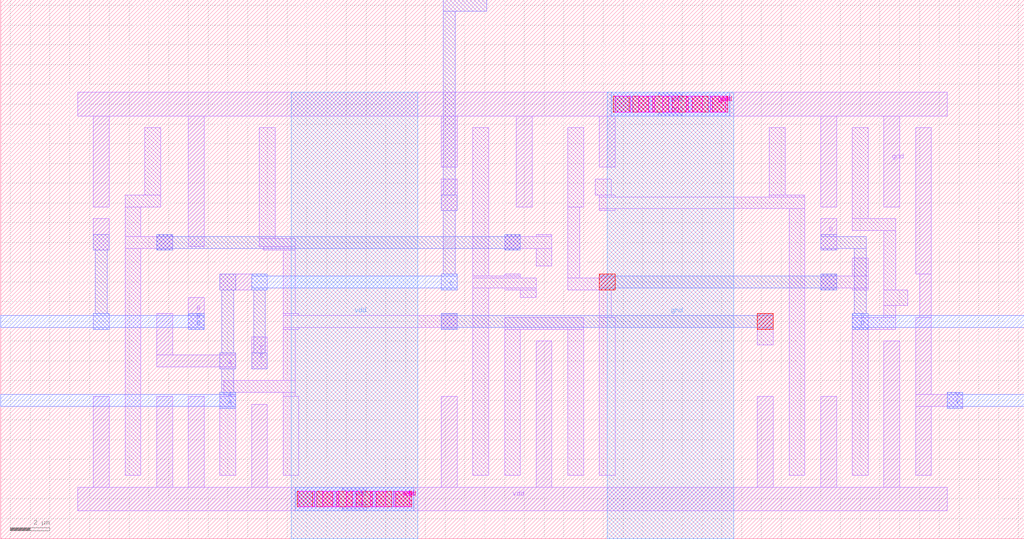
<source format=lef>
VERSION 5.7 ;
  NOWIREEXTENSIONATPIN ON ;
  DIVIDERCHAR "/" ;
  BUSBITCHARS "[]" ;
MACRO hwt
  CLASS BLOCK ;
  FOREIGN hwt ;
  ORIGIN 3.500 1.000 ;
  SIZE 51.800 BY 27.300 ;
  PIN gnd
    USE GROUND ;
    PORT
      LAYER metal1 ;
        RECT 0.400 20.400 44.400 21.600 ;
        RECT 1.200 15.800 2.000 20.400 ;
        RECT 6.000 13.800 6.800 20.400 ;
        RECT 18.800 17.800 19.600 20.400 ;
        RECT 22.600 15.800 23.400 20.400 ;
        RECT 26.800 17.800 27.600 20.400 ;
        RECT 38.000 15.800 38.800 20.400 ;
        RECT 41.200 15.800 42.000 20.400 ;
      LAYER via1 ;
        RECT 27.500 20.600 28.300 21.400 ;
        RECT 28.500 20.600 29.300 21.400 ;
        RECT 29.500 20.600 30.300 21.400 ;
        RECT 30.500 20.600 31.300 21.400 ;
        RECT 31.500 20.600 32.300 21.400 ;
        RECT 32.500 20.600 33.300 21.400 ;
      LAYER metal2 ;
        RECT 29.800 21.400 31.000 21.600 ;
        RECT 27.500 20.600 33.300 21.400 ;
        RECT 29.800 20.400 31.000 20.600 ;
      LAYER via2 ;
        RECT 28.500 20.600 29.300 21.400 ;
        RECT 29.500 20.600 30.300 21.400 ;
        RECT 30.500 20.600 31.300 21.400 ;
        RECT 31.500 20.600 32.300 21.400 ;
        RECT 32.500 20.600 33.300 21.400 ;
      LAYER metal3 ;
        RECT 27.400 20.400 33.400 21.600 ;
      LAYER via3 ;
        RECT 27.600 20.600 28.400 21.400 ;
        RECT 28.800 20.600 29.600 21.400 ;
        RECT 30.000 20.600 30.800 21.400 ;
        RECT 31.200 20.600 32.000 21.400 ;
        RECT 32.400 20.600 33.200 21.400 ;
      LAYER metal4 ;
        RECT 27.200 -1.000 33.600 21.600 ;
    END
  END gnd
  PIN vdd
    USE POWER ;
    PORT
      LAYER metal1 ;
        RECT 1.200 1.600 2.000 6.200 ;
        RECT 4.400 1.600 5.200 6.200 ;
        RECT 6.000 1.600 6.800 6.200 ;
        RECT 9.200 1.600 10.000 5.800 ;
        RECT 18.800 1.600 19.600 6.200 ;
        RECT 23.600 1.600 24.400 9.000 ;
        RECT 34.800 1.600 35.600 6.200 ;
        RECT 38.000 1.600 38.800 6.200 ;
        RECT 41.200 1.600 42.000 9.000 ;
        RECT 0.400 0.400 44.400 1.600 ;
      LAYER via1 ;
        RECT 11.500 0.600 12.300 1.400 ;
        RECT 12.500 0.600 13.300 1.400 ;
        RECT 13.500 0.600 14.300 1.400 ;
        RECT 14.500 0.600 15.300 1.400 ;
        RECT 15.500 0.600 16.300 1.400 ;
        RECT 16.500 0.600 17.300 1.400 ;
      LAYER metal2 ;
        RECT 13.800 1.400 15.000 1.600 ;
        RECT 11.500 0.600 17.300 1.400 ;
        RECT 13.800 0.400 15.000 0.600 ;
      LAYER via2 ;
        RECT 12.500 0.600 13.300 1.400 ;
        RECT 13.500 0.600 14.300 1.400 ;
        RECT 14.500 0.600 15.300 1.400 ;
        RECT 15.500 0.600 16.300 1.400 ;
        RECT 16.500 0.600 17.300 1.400 ;
      LAYER metal3 ;
        RECT 11.400 0.400 17.400 1.600 ;
      LAYER via3 ;
        RECT 11.600 0.600 12.400 1.400 ;
        RECT 12.800 0.600 13.600 1.400 ;
        RECT 14.000 0.600 14.800 1.400 ;
        RECT 15.200 0.600 16.000 1.400 ;
        RECT 16.400 0.600 17.200 1.400 ;
      LAYER metal4 ;
        RECT 11.200 -1.000 17.600 21.600 ;
    END
  END vdd
  PIN A
    PORT
      LAYER metal1 ;
        RECT 7.600 11.600 9.200 12.400 ;
        RECT 4.400 8.300 5.200 10.400 ;
        RECT 7.600 8.300 8.400 8.400 ;
        RECT 4.400 7.700 8.400 8.300 ;
        RECT 7.600 7.600 8.400 7.700 ;
      LAYER metal2 ;
        RECT 7.600 11.600 8.400 12.400 ;
        RECT 7.700 8.400 8.300 11.600 ;
        RECT 7.600 7.600 8.400 8.400 ;
        RECT 7.700 6.400 8.300 7.600 ;
        RECT 7.600 5.600 8.400 6.400 ;
      LAYER metal3 ;
        RECT 7.600 6.300 8.400 6.400 ;
        RECT -3.500 5.700 8.400 6.300 ;
        RECT 7.600 5.600 8.400 5.700 ;
    END
  END A
  PIN B
    PORT
      LAYER metal1 ;
        RECT 1.200 13.600 2.000 15.200 ;
        RECT 6.000 9.600 6.800 11.200 ;
      LAYER metal2 ;
        RECT 1.200 13.600 2.000 14.400 ;
        RECT 1.300 10.400 1.900 13.600 ;
        RECT 1.200 9.600 2.000 10.400 ;
        RECT 6.000 9.600 6.800 10.400 ;
      LAYER metal3 ;
        RECT 1.200 10.300 2.000 10.400 ;
        RECT 6.000 10.300 6.800 10.400 ;
        RECT -3.500 9.700 6.800 10.300 ;
        RECT 1.200 9.600 2.000 9.700 ;
        RECT 6.000 9.600 6.800 9.700 ;
    END
  END B
  PIN C
    PORT
      LAYER metal1 ;
        RECT 18.800 15.600 19.600 17.200 ;
        RECT 9.200 7.600 10.000 9.200 ;
      LAYER metal2 ;
        RECT 18.900 25.700 21.100 26.300 ;
        RECT 18.900 16.400 19.500 25.700 ;
        RECT 18.800 15.600 19.600 16.400 ;
        RECT 18.900 12.400 19.500 15.600 ;
        RECT 9.200 11.600 10.000 12.400 ;
        RECT 18.800 11.600 19.600 12.400 ;
        RECT 9.300 8.400 9.900 11.600 ;
        RECT 9.200 7.600 10.000 8.400 ;
      LAYER metal3 ;
        RECT 9.200 12.300 10.000 12.400 ;
        RECT 18.800 12.300 19.600 12.400 ;
        RECT 9.200 11.700 19.600 12.300 ;
        RECT 9.200 11.600 10.000 11.700 ;
        RECT 18.800 11.600 19.600 11.700 ;
    END
  END C
  PIN D
    PORT
      LAYER metal1 ;
        RECT 38.000 13.600 38.800 15.200 ;
      LAYER metal2 ;
        RECT 38.000 14.300 38.800 14.400 ;
        RECT 38.000 13.700 40.300 14.300 ;
        RECT 38.000 13.600 38.800 13.700 ;
        RECT 39.700 10.400 40.300 13.700 ;
        RECT 39.600 9.600 40.400 10.400 ;
      LAYER metal3 ;
        RECT 39.600 10.300 40.400 10.400 ;
        RECT 39.600 9.700 48.300 10.300 ;
        RECT 39.600 9.600 40.400 9.700 ;
    END
  END D
  PIN Y
    PORT
      LAYER metal1 ;
        RECT 42.800 12.400 43.600 19.800 ;
        RECT 43.000 10.200 43.600 12.400 ;
        RECT 42.800 6.300 43.600 10.200 ;
        RECT 44.400 6.300 45.200 6.400 ;
        RECT 42.800 5.700 45.200 6.300 ;
        RECT 42.800 2.200 43.600 5.700 ;
        RECT 44.400 5.600 45.200 5.700 ;
      LAYER metal2 ;
        RECT 44.400 5.600 45.200 6.400 ;
      LAYER metal3 ;
        RECT 44.400 6.300 45.200 6.400 ;
        RECT 44.400 5.700 48.300 6.300 ;
        RECT 44.400 5.600 45.200 5.700 ;
    END
  END Y
  OBS
      LAYER metal1 ;
        RECT 3.800 16.400 4.600 19.800 ;
        RECT 2.800 15.800 4.600 16.400 ;
        RECT 2.800 14.300 3.600 15.800 ;
        RECT 4.400 14.300 5.200 14.400 ;
        RECT 2.800 13.700 5.200 14.300 ;
        RECT 9.600 14.200 10.400 19.800 ;
        RECT 9.600 13.800 11.400 14.200 ;
        RECT 2.800 2.200 3.600 13.700 ;
        RECT 4.400 13.600 5.200 13.700 ;
        RECT 9.800 13.600 11.400 13.800 ;
        RECT 10.800 10.400 11.400 13.600 ;
        RECT 20.400 12.300 21.200 19.800 ;
        RECT 25.200 15.800 26.000 19.800 ;
        RECT 26.600 16.400 27.400 17.200 ;
        RECT 35.400 16.400 36.200 19.800 ;
        RECT 26.800 16.300 27.600 16.400 ;
        RECT 35.400 16.300 37.200 16.400 ;
        RECT 22.000 14.300 22.800 14.400 ;
        RECT 23.600 14.300 24.400 14.400 ;
        RECT 22.000 13.700 24.400 14.300 ;
        RECT 22.000 13.600 22.800 13.700 ;
        RECT 23.600 12.800 24.400 13.700 ;
        RECT 22.000 12.300 22.800 12.400 ;
        RECT 20.400 12.200 22.800 12.300 ;
        RECT 25.200 12.200 25.800 15.800 ;
        RECT 26.800 15.700 37.200 16.300 ;
        RECT 26.800 15.600 27.600 15.700 ;
        RECT 26.800 12.200 27.600 12.400 ;
        RECT 20.400 11.700 23.600 12.200 ;
        RECT 10.800 10.300 11.600 10.400 ;
        RECT 18.800 10.300 19.600 10.400 ;
        RECT 10.800 9.700 19.600 10.300 ;
        RECT 10.800 9.600 11.600 9.700 ;
        RECT 18.800 9.600 19.600 9.700 ;
        RECT 10.800 7.000 11.400 9.600 ;
        RECT 7.800 6.400 11.400 7.000 ;
        RECT 7.800 6.200 8.400 6.400 ;
        RECT 7.600 2.200 8.400 6.200 ;
        RECT 10.800 6.200 11.400 6.400 ;
        RECT 10.800 2.200 11.600 6.200 ;
        RECT 20.400 2.200 21.200 11.700 ;
        RECT 22.000 11.600 23.600 11.700 ;
        RECT 25.200 11.600 27.600 12.200 ;
        RECT 22.800 11.200 23.600 11.600 ;
        RECT 26.800 10.200 27.400 11.600 ;
        RECT 22.000 9.600 26.000 10.200 ;
        RECT 22.000 2.200 22.800 9.600 ;
        RECT 25.200 2.200 26.000 9.600 ;
        RECT 26.800 2.200 27.600 10.200 ;
        RECT 34.800 8.800 35.600 10.400 ;
        RECT 36.400 2.200 37.200 15.700 ;
        RECT 39.600 15.200 40.400 19.800 ;
        RECT 39.600 14.600 41.800 15.200 ;
        RECT 38.000 12.300 38.800 12.400 ;
        RECT 39.600 12.300 40.400 13.200 ;
        RECT 38.000 11.700 40.400 12.300 ;
        RECT 38.000 11.600 38.800 11.700 ;
        RECT 39.600 11.600 40.400 11.700 ;
        RECT 41.200 11.600 41.800 14.600 ;
        RECT 41.200 10.800 42.400 11.600 ;
        RECT 41.200 10.200 41.800 10.800 ;
        RECT 39.600 9.600 41.800 10.200 ;
        RECT 39.600 2.200 40.400 9.600 ;
      LAYER via1 ;
        RECT 26.800 11.600 27.600 12.400 ;
        RECT 34.800 9.600 35.600 10.400 ;
      LAYER metal2 ;
        RECT 4.400 13.600 5.200 14.400 ;
        RECT 22.000 13.600 22.800 14.400 ;
        RECT 26.800 11.600 27.600 12.400 ;
        RECT 38.000 11.600 38.800 12.400 ;
        RECT 18.800 9.600 19.600 10.400 ;
        RECT 34.800 9.600 35.600 10.400 ;
      LAYER metal3 ;
        RECT 4.400 14.300 5.200 14.400 ;
        RECT 22.000 14.300 22.800 14.400 ;
        RECT 4.400 13.700 22.800 14.300 ;
        RECT 4.400 13.600 5.200 13.700 ;
        RECT 22.000 13.600 22.800 13.700 ;
        RECT 26.800 12.300 27.600 12.400 ;
        RECT 38.000 12.300 38.800 12.400 ;
        RECT 26.800 11.700 38.800 12.300 ;
        RECT 26.800 11.600 27.600 11.700 ;
        RECT 38.000 11.600 38.800 11.700 ;
        RECT 18.800 10.300 19.600 10.400 ;
        RECT 34.800 10.300 35.600 10.400 ;
        RECT 18.800 9.700 35.600 10.300 ;
        RECT 18.800 9.600 19.600 9.700 ;
        RECT 34.800 9.600 35.600 9.700 ;
  END
END hwt
END LIBRARY


</source>
